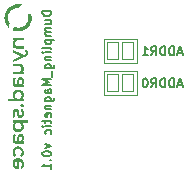
<source format=gbr>
%TF.GenerationSoftware,KiCad,Pcbnew,9.0.0*%
%TF.CreationDate,2025-05-22T17:38:36+04:00*%
%TF.ProjectId,02_06_sensor_temphumid_HDC3022DEJR,30325f30-365f-4736-956e-736f725f7465,rev?*%
%TF.SameCoordinates,Original*%
%TF.FileFunction,Legend,Bot*%
%TF.FilePolarity,Positive*%
%FSLAX46Y46*%
G04 Gerber Fmt 4.6, Leading zero omitted, Abs format (unit mm)*
G04 Created by KiCad (PCBNEW 9.0.0) date 2025-05-22 17:38:36*
%MOMM*%
%LPD*%
G01*
G04 APERTURE LIST*
G04 Aperture macros list*
%AMRoundRect*
0 Rectangle with rounded corners*
0 $1 Rounding radius*
0 $2 $3 $4 $5 $6 $7 $8 $9 X,Y pos of 4 corners*
0 Add a 4 corners polygon primitive as box body*
4,1,4,$2,$3,$4,$5,$6,$7,$8,$9,$2,$3,0*
0 Add four circle primitives for the rounded corners*
1,1,$1+$1,$2,$3*
1,1,$1+$1,$4,$5*
1,1,$1+$1,$6,$7*
1,1,$1+$1,$8,$9*
0 Add four rect primitives between the rounded corners*
20,1,$1+$1,$2,$3,$4,$5,0*
20,1,$1+$1,$4,$5,$6,$7,0*
20,1,$1+$1,$6,$7,$8,$9,0*
20,1,$1+$1,$8,$9,$2,$3,0*%
G04 Aperture macros list end*
%ADD10C,0.175000*%
%ADD11C,0.000000*%
%ADD12C,0.120000*%
%ADD13RoundRect,0.050000X-0.175000X-0.975000X0.175000X-0.975000X0.175000X0.975000X-0.175000X0.975000X0*%
%ADD14C,0.554000*%
%ADD15RoundRect,0.050000X-0.500000X-0.750000X0.500000X-0.750000X0.500000X0.750000X-0.500000X0.750000X0*%
G04 APERTURE END LIST*
D10*
X144499114Y-93893702D02*
X143749114Y-93893702D01*
X143749114Y-93893702D02*
X143749114Y-94072273D01*
X143749114Y-94072273D02*
X143784828Y-94179416D01*
X143784828Y-94179416D02*
X143856257Y-94250845D01*
X143856257Y-94250845D02*
X143927685Y-94286559D01*
X143927685Y-94286559D02*
X144070542Y-94322273D01*
X144070542Y-94322273D02*
X144177685Y-94322273D01*
X144177685Y-94322273D02*
X144320542Y-94286559D01*
X144320542Y-94286559D02*
X144391971Y-94250845D01*
X144391971Y-94250845D02*
X144463400Y-94179416D01*
X144463400Y-94179416D02*
X144499114Y-94072273D01*
X144499114Y-94072273D02*
X144499114Y-93893702D01*
X143999114Y-94965131D02*
X144499114Y-94965131D01*
X143999114Y-94643702D02*
X144391971Y-94643702D01*
X144391971Y-94643702D02*
X144463400Y-94679416D01*
X144463400Y-94679416D02*
X144499114Y-94750845D01*
X144499114Y-94750845D02*
X144499114Y-94857988D01*
X144499114Y-94857988D02*
X144463400Y-94929416D01*
X144463400Y-94929416D02*
X144427685Y-94965131D01*
X144499114Y-95322273D02*
X143999114Y-95322273D01*
X144070542Y-95322273D02*
X144034828Y-95357987D01*
X144034828Y-95357987D02*
X143999114Y-95429416D01*
X143999114Y-95429416D02*
X143999114Y-95536559D01*
X143999114Y-95536559D02*
X144034828Y-95607987D01*
X144034828Y-95607987D02*
X144106257Y-95643702D01*
X144106257Y-95643702D02*
X144499114Y-95643702D01*
X144106257Y-95643702D02*
X144034828Y-95679416D01*
X144034828Y-95679416D02*
X143999114Y-95750844D01*
X143999114Y-95750844D02*
X143999114Y-95857987D01*
X143999114Y-95857987D02*
X144034828Y-95929416D01*
X144034828Y-95929416D02*
X144106257Y-95965130D01*
X144106257Y-95965130D02*
X144499114Y-95965130D01*
X143999114Y-96322273D02*
X144749114Y-96322273D01*
X144034828Y-96322273D02*
X143999114Y-96393702D01*
X143999114Y-96393702D02*
X143999114Y-96536559D01*
X143999114Y-96536559D02*
X144034828Y-96607987D01*
X144034828Y-96607987D02*
X144070542Y-96643702D01*
X144070542Y-96643702D02*
X144141971Y-96679416D01*
X144141971Y-96679416D02*
X144356257Y-96679416D01*
X144356257Y-96679416D02*
X144427685Y-96643702D01*
X144427685Y-96643702D02*
X144463400Y-96607987D01*
X144463400Y-96607987D02*
X144499114Y-96536559D01*
X144499114Y-96536559D02*
X144499114Y-96393702D01*
X144499114Y-96393702D02*
X144463400Y-96322273D01*
X144499114Y-97107987D02*
X144463400Y-97036558D01*
X144463400Y-97036558D02*
X144391971Y-97000844D01*
X144391971Y-97000844D02*
X143749114Y-97000844D01*
X144499114Y-97393701D02*
X143999114Y-97393701D01*
X143749114Y-97393701D02*
X143784828Y-97357987D01*
X143784828Y-97357987D02*
X143820542Y-97393701D01*
X143820542Y-97393701D02*
X143784828Y-97429415D01*
X143784828Y-97429415D02*
X143749114Y-97393701D01*
X143749114Y-97393701D02*
X143820542Y-97393701D01*
X143999114Y-97750844D02*
X144499114Y-97750844D01*
X144070542Y-97750844D02*
X144034828Y-97786558D01*
X144034828Y-97786558D02*
X143999114Y-97857987D01*
X143999114Y-97857987D02*
X143999114Y-97965130D01*
X143999114Y-97965130D02*
X144034828Y-98036558D01*
X144034828Y-98036558D02*
X144106257Y-98072273D01*
X144106257Y-98072273D02*
X144499114Y-98072273D01*
X143999114Y-98750844D02*
X144606257Y-98750844D01*
X144606257Y-98750844D02*
X144677685Y-98715129D01*
X144677685Y-98715129D02*
X144713400Y-98679415D01*
X144713400Y-98679415D02*
X144749114Y-98607986D01*
X144749114Y-98607986D02*
X144749114Y-98500844D01*
X144749114Y-98500844D02*
X144713400Y-98429415D01*
X144463400Y-98750844D02*
X144499114Y-98679415D01*
X144499114Y-98679415D02*
X144499114Y-98536558D01*
X144499114Y-98536558D02*
X144463400Y-98465129D01*
X144463400Y-98465129D02*
X144427685Y-98429415D01*
X144427685Y-98429415D02*
X144356257Y-98393701D01*
X144356257Y-98393701D02*
X144141971Y-98393701D01*
X144141971Y-98393701D02*
X144070542Y-98429415D01*
X144070542Y-98429415D02*
X144034828Y-98465129D01*
X144034828Y-98465129D02*
X143999114Y-98536558D01*
X143999114Y-98536558D02*
X143999114Y-98679415D01*
X143999114Y-98679415D02*
X144034828Y-98750844D01*
X144570542Y-98929415D02*
X144570542Y-99500843D01*
X144499114Y-99679415D02*
X143749114Y-99679415D01*
X143749114Y-99679415D02*
X144284828Y-99929415D01*
X144284828Y-99929415D02*
X143749114Y-100179415D01*
X143749114Y-100179415D02*
X144499114Y-100179415D01*
X144499114Y-100857987D02*
X144106257Y-100857987D01*
X144106257Y-100857987D02*
X144034828Y-100822272D01*
X144034828Y-100822272D02*
X143999114Y-100750844D01*
X143999114Y-100750844D02*
X143999114Y-100607987D01*
X143999114Y-100607987D02*
X144034828Y-100536558D01*
X144463400Y-100857987D02*
X144499114Y-100786558D01*
X144499114Y-100786558D02*
X144499114Y-100607987D01*
X144499114Y-100607987D02*
X144463400Y-100536558D01*
X144463400Y-100536558D02*
X144391971Y-100500844D01*
X144391971Y-100500844D02*
X144320542Y-100500844D01*
X144320542Y-100500844D02*
X144249114Y-100536558D01*
X144249114Y-100536558D02*
X144213400Y-100607987D01*
X144213400Y-100607987D02*
X144213400Y-100786558D01*
X144213400Y-100786558D02*
X144177685Y-100857987D01*
X143999114Y-101536558D02*
X144606257Y-101536558D01*
X144606257Y-101536558D02*
X144677685Y-101500843D01*
X144677685Y-101500843D02*
X144713400Y-101465129D01*
X144713400Y-101465129D02*
X144749114Y-101393700D01*
X144749114Y-101393700D02*
X144749114Y-101286558D01*
X144749114Y-101286558D02*
X144713400Y-101215129D01*
X144463400Y-101536558D02*
X144499114Y-101465129D01*
X144499114Y-101465129D02*
X144499114Y-101322272D01*
X144499114Y-101322272D02*
X144463400Y-101250843D01*
X144463400Y-101250843D02*
X144427685Y-101215129D01*
X144427685Y-101215129D02*
X144356257Y-101179415D01*
X144356257Y-101179415D02*
X144141971Y-101179415D01*
X144141971Y-101179415D02*
X144070542Y-101215129D01*
X144070542Y-101215129D02*
X144034828Y-101250843D01*
X144034828Y-101250843D02*
X143999114Y-101322272D01*
X143999114Y-101322272D02*
X143999114Y-101465129D01*
X143999114Y-101465129D02*
X144034828Y-101536558D01*
X143999114Y-101893700D02*
X144499114Y-101893700D01*
X144070542Y-101893700D02*
X144034828Y-101929414D01*
X144034828Y-101929414D02*
X143999114Y-102000843D01*
X143999114Y-102000843D02*
X143999114Y-102107986D01*
X143999114Y-102107986D02*
X144034828Y-102179414D01*
X144034828Y-102179414D02*
X144106257Y-102215129D01*
X144106257Y-102215129D02*
X144499114Y-102215129D01*
X144463400Y-102857985D02*
X144499114Y-102786557D01*
X144499114Y-102786557D02*
X144499114Y-102643700D01*
X144499114Y-102643700D02*
X144463400Y-102572271D01*
X144463400Y-102572271D02*
X144391971Y-102536557D01*
X144391971Y-102536557D02*
X144106257Y-102536557D01*
X144106257Y-102536557D02*
X144034828Y-102572271D01*
X144034828Y-102572271D02*
X143999114Y-102643700D01*
X143999114Y-102643700D02*
X143999114Y-102786557D01*
X143999114Y-102786557D02*
X144034828Y-102857985D01*
X144034828Y-102857985D02*
X144106257Y-102893700D01*
X144106257Y-102893700D02*
X144177685Y-102893700D01*
X144177685Y-102893700D02*
X144249114Y-102536557D01*
X143999114Y-103107985D02*
X143999114Y-103393699D01*
X143749114Y-103215128D02*
X144391971Y-103215128D01*
X144391971Y-103215128D02*
X144463400Y-103250842D01*
X144463400Y-103250842D02*
X144499114Y-103322271D01*
X144499114Y-103322271D02*
X144499114Y-103393699D01*
X144499114Y-103643699D02*
X143999114Y-103643699D01*
X143749114Y-103643699D02*
X143784828Y-103607985D01*
X143784828Y-103607985D02*
X143820542Y-103643699D01*
X143820542Y-103643699D02*
X143784828Y-103679413D01*
X143784828Y-103679413D02*
X143749114Y-103643699D01*
X143749114Y-103643699D02*
X143820542Y-103643699D01*
X144463400Y-104322271D02*
X144499114Y-104250842D01*
X144499114Y-104250842D02*
X144499114Y-104107985D01*
X144499114Y-104107985D02*
X144463400Y-104036556D01*
X144463400Y-104036556D02*
X144427685Y-104000842D01*
X144427685Y-104000842D02*
X144356257Y-103965128D01*
X144356257Y-103965128D02*
X144141971Y-103965128D01*
X144141971Y-103965128D02*
X144070542Y-104000842D01*
X144070542Y-104000842D02*
X144034828Y-104036556D01*
X144034828Y-104036556D02*
X143999114Y-104107985D01*
X143999114Y-104107985D02*
X143999114Y-104250842D01*
X143999114Y-104250842D02*
X144034828Y-104322271D01*
X143999114Y-105143699D02*
X144499114Y-105322271D01*
X144499114Y-105322271D02*
X143999114Y-105500842D01*
X143749114Y-105929414D02*
X143749114Y-106000843D01*
X143749114Y-106000843D02*
X143784828Y-106072271D01*
X143784828Y-106072271D02*
X143820542Y-106107986D01*
X143820542Y-106107986D02*
X143891971Y-106143700D01*
X143891971Y-106143700D02*
X144034828Y-106179414D01*
X144034828Y-106179414D02*
X144213400Y-106179414D01*
X144213400Y-106179414D02*
X144356257Y-106143700D01*
X144356257Y-106143700D02*
X144427685Y-106107986D01*
X144427685Y-106107986D02*
X144463400Y-106072271D01*
X144463400Y-106072271D02*
X144499114Y-106000843D01*
X144499114Y-106000843D02*
X144499114Y-105929414D01*
X144499114Y-105929414D02*
X144463400Y-105857986D01*
X144463400Y-105857986D02*
X144427685Y-105822271D01*
X144427685Y-105822271D02*
X144356257Y-105786557D01*
X144356257Y-105786557D02*
X144213400Y-105750843D01*
X144213400Y-105750843D02*
X144034828Y-105750843D01*
X144034828Y-105750843D02*
X143891971Y-105786557D01*
X143891971Y-105786557D02*
X143820542Y-105822271D01*
X143820542Y-105822271D02*
X143784828Y-105857986D01*
X143784828Y-105857986D02*
X143749114Y-105929414D01*
X144427685Y-106500843D02*
X144463400Y-106536557D01*
X144463400Y-106536557D02*
X144499114Y-106500843D01*
X144499114Y-106500843D02*
X144463400Y-106465129D01*
X144463400Y-106465129D02*
X144427685Y-106500843D01*
X144427685Y-106500843D02*
X144499114Y-106500843D01*
X144499114Y-107250843D02*
X144499114Y-106822272D01*
X144499114Y-107036557D02*
X143749114Y-107036557D01*
X143749114Y-107036557D02*
X143856257Y-106965129D01*
X143856257Y-106965129D02*
X143927685Y-106893700D01*
X143927685Y-106893700D02*
X143963400Y-106822272D01*
X155560713Y-97423578D02*
X155203571Y-97423578D01*
X155632142Y-97637864D02*
X155382142Y-96887864D01*
X155382142Y-96887864D02*
X155132142Y-97637864D01*
X154882142Y-97637864D02*
X154882142Y-96887864D01*
X154882142Y-96887864D02*
X154703571Y-96887864D01*
X154703571Y-96887864D02*
X154596428Y-96923578D01*
X154596428Y-96923578D02*
X154524999Y-96995007D01*
X154524999Y-96995007D02*
X154489285Y-97066435D01*
X154489285Y-97066435D02*
X154453571Y-97209292D01*
X154453571Y-97209292D02*
X154453571Y-97316435D01*
X154453571Y-97316435D02*
X154489285Y-97459292D01*
X154489285Y-97459292D02*
X154524999Y-97530721D01*
X154524999Y-97530721D02*
X154596428Y-97602150D01*
X154596428Y-97602150D02*
X154703571Y-97637864D01*
X154703571Y-97637864D02*
X154882142Y-97637864D01*
X154132142Y-97637864D02*
X154132142Y-96887864D01*
X154132142Y-96887864D02*
X153953571Y-96887864D01*
X153953571Y-96887864D02*
X153846428Y-96923578D01*
X153846428Y-96923578D02*
X153774999Y-96995007D01*
X153774999Y-96995007D02*
X153739285Y-97066435D01*
X153739285Y-97066435D02*
X153703571Y-97209292D01*
X153703571Y-97209292D02*
X153703571Y-97316435D01*
X153703571Y-97316435D02*
X153739285Y-97459292D01*
X153739285Y-97459292D02*
X153774999Y-97530721D01*
X153774999Y-97530721D02*
X153846428Y-97602150D01*
X153846428Y-97602150D02*
X153953571Y-97637864D01*
X153953571Y-97637864D02*
X154132142Y-97637864D01*
X152953571Y-97637864D02*
X153203571Y-97280721D01*
X153382142Y-97637864D02*
X153382142Y-96887864D01*
X153382142Y-96887864D02*
X153096428Y-96887864D01*
X153096428Y-96887864D02*
X153024999Y-96923578D01*
X153024999Y-96923578D02*
X152989285Y-96959292D01*
X152989285Y-96959292D02*
X152953571Y-97030721D01*
X152953571Y-97030721D02*
X152953571Y-97137864D01*
X152953571Y-97137864D02*
X152989285Y-97209292D01*
X152989285Y-97209292D02*
X153024999Y-97245007D01*
X153024999Y-97245007D02*
X153096428Y-97280721D01*
X153096428Y-97280721D02*
X153382142Y-97280721D01*
X152239285Y-97637864D02*
X152667856Y-97637864D01*
X152453571Y-97637864D02*
X152453571Y-96887864D01*
X152453571Y-96887864D02*
X152524999Y-96995007D01*
X152524999Y-96995007D02*
X152596428Y-97066435D01*
X152596428Y-97066435D02*
X152667856Y-97102150D01*
X155560713Y-100123578D02*
X155203571Y-100123578D01*
X155632142Y-100337864D02*
X155382142Y-99587864D01*
X155382142Y-99587864D02*
X155132142Y-100337864D01*
X154882142Y-100337864D02*
X154882142Y-99587864D01*
X154882142Y-99587864D02*
X154703571Y-99587864D01*
X154703571Y-99587864D02*
X154596428Y-99623578D01*
X154596428Y-99623578D02*
X154524999Y-99695007D01*
X154524999Y-99695007D02*
X154489285Y-99766435D01*
X154489285Y-99766435D02*
X154453571Y-99909292D01*
X154453571Y-99909292D02*
X154453571Y-100016435D01*
X154453571Y-100016435D02*
X154489285Y-100159292D01*
X154489285Y-100159292D02*
X154524999Y-100230721D01*
X154524999Y-100230721D02*
X154596428Y-100302150D01*
X154596428Y-100302150D02*
X154703571Y-100337864D01*
X154703571Y-100337864D02*
X154882142Y-100337864D01*
X154132142Y-100337864D02*
X154132142Y-99587864D01*
X154132142Y-99587864D02*
X153953571Y-99587864D01*
X153953571Y-99587864D02*
X153846428Y-99623578D01*
X153846428Y-99623578D02*
X153774999Y-99695007D01*
X153774999Y-99695007D02*
X153739285Y-99766435D01*
X153739285Y-99766435D02*
X153703571Y-99909292D01*
X153703571Y-99909292D02*
X153703571Y-100016435D01*
X153703571Y-100016435D02*
X153739285Y-100159292D01*
X153739285Y-100159292D02*
X153774999Y-100230721D01*
X153774999Y-100230721D02*
X153846428Y-100302150D01*
X153846428Y-100302150D02*
X153953571Y-100337864D01*
X153953571Y-100337864D02*
X154132142Y-100337864D01*
X152953571Y-100337864D02*
X153203571Y-99980721D01*
X153382142Y-100337864D02*
X153382142Y-99587864D01*
X153382142Y-99587864D02*
X153096428Y-99587864D01*
X153096428Y-99587864D02*
X153024999Y-99623578D01*
X153024999Y-99623578D02*
X152989285Y-99659292D01*
X152989285Y-99659292D02*
X152953571Y-99730721D01*
X152953571Y-99730721D02*
X152953571Y-99837864D01*
X152953571Y-99837864D02*
X152989285Y-99909292D01*
X152989285Y-99909292D02*
X153024999Y-99945007D01*
X153024999Y-99945007D02*
X153096428Y-99980721D01*
X153096428Y-99980721D02*
X153382142Y-99980721D01*
X152489285Y-99587864D02*
X152417856Y-99587864D01*
X152417856Y-99587864D02*
X152346428Y-99623578D01*
X152346428Y-99623578D02*
X152310714Y-99659292D01*
X152310714Y-99659292D02*
X152274999Y-99730721D01*
X152274999Y-99730721D02*
X152239285Y-99873578D01*
X152239285Y-99873578D02*
X152239285Y-100052150D01*
X152239285Y-100052150D02*
X152274999Y-100195007D01*
X152274999Y-100195007D02*
X152310714Y-100266435D01*
X152310714Y-100266435D02*
X152346428Y-100302150D01*
X152346428Y-100302150D02*
X152417856Y-100337864D01*
X152417856Y-100337864D02*
X152489285Y-100337864D01*
X152489285Y-100337864D02*
X152560714Y-100302150D01*
X152560714Y-100302150D02*
X152596428Y-100266435D01*
X152596428Y-100266435D02*
X152632142Y-100195007D01*
X152632142Y-100195007D02*
X152667856Y-100052150D01*
X152667856Y-100052150D02*
X152667856Y-99873578D01*
X152667856Y-99873578D02*
X152632142Y-99730721D01*
X152632142Y-99730721D02*
X152596428Y-99659292D01*
X152596428Y-99659292D02*
X152560714Y-99623578D01*
X152560714Y-99623578D02*
X152489285Y-99587864D01*
D11*
%TO.C,G\u002A\u002A\u002A*%
G36*
X142059590Y-101748960D02*
G01*
X142085638Y-101752981D01*
X142107029Y-101760145D01*
X142132225Y-101776217D01*
X142154979Y-101798753D01*
X142172756Y-101825332D01*
X142183924Y-101853965D01*
X142185657Y-101865771D01*
X142186491Y-101882361D01*
X142186206Y-101899937D01*
X142181619Y-101929823D01*
X142169758Y-101960611D01*
X142151448Y-101987279D01*
X142127350Y-102008892D01*
X142098124Y-102024517D01*
X142097228Y-102024862D01*
X142071676Y-102031407D01*
X142042520Y-102033908D01*
X142013230Y-102032302D01*
X141987278Y-102026527D01*
X141986399Y-102026221D01*
X141964348Y-102015001D01*
X141942635Y-101997956D01*
X141923519Y-101977165D01*
X141909257Y-101954707D01*
X141906469Y-101948855D01*
X141901902Y-101937362D01*
X141899263Y-101925898D01*
X141898047Y-101911711D01*
X141897747Y-101892047D01*
X141897854Y-101877472D01*
X141898671Y-101862384D01*
X141900790Y-101850579D01*
X141904796Y-101839183D01*
X141911269Y-101825324D01*
X141913472Y-101821010D01*
X141932615Y-101792949D01*
X141956853Y-101771107D01*
X141985690Y-101755946D01*
X142005534Y-101750765D01*
X142031888Y-101748187D01*
X142059590Y-101748960D01*
G37*
G36*
X141637106Y-98341908D02*
G01*
X141684688Y-98342198D01*
X141726176Y-98342748D01*
X141762199Y-98343585D01*
X141793388Y-98344735D01*
X141820370Y-98346224D01*
X141843777Y-98348079D01*
X141864237Y-98350326D01*
X141882381Y-98352991D01*
X141898837Y-98356101D01*
X141914235Y-98359682D01*
X141928905Y-98363665D01*
X141980992Y-98382592D01*
X142027451Y-98407508D01*
X142068201Y-98438319D01*
X142103160Y-98474928D01*
X142132247Y-98517238D01*
X142155380Y-98565153D01*
X142172478Y-98618578D01*
X142183459Y-98677415D01*
X142186606Y-98709688D01*
X142187065Y-98769139D01*
X142180534Y-98826299D01*
X142167196Y-98880514D01*
X142147233Y-98931129D01*
X142120828Y-98977491D01*
X142088163Y-99018943D01*
X142059756Y-99049772D01*
X142117771Y-99049772D01*
X142175786Y-99049772D01*
X142175786Y-99154816D01*
X142175786Y-99259860D01*
X141706179Y-99259860D01*
X141236571Y-99259860D01*
X141236571Y-99148803D01*
X141236571Y-99037746D01*
X141509479Y-99036427D01*
X141526630Y-99036345D01*
X141580349Y-99036092D01*
X141626703Y-99035832D01*
X141666369Y-99035504D01*
X141700023Y-99035047D01*
X141728341Y-99034397D01*
X141751999Y-99033495D01*
X141771674Y-99032277D01*
X141788042Y-99030682D01*
X141801779Y-99028648D01*
X141813562Y-99026114D01*
X141824067Y-99023017D01*
X141833971Y-99019295D01*
X141843949Y-99014888D01*
X141854678Y-99009733D01*
X141866834Y-99003768D01*
X141884010Y-98994454D01*
X141916759Y-98970636D01*
X141944007Y-98941993D01*
X141964595Y-98909640D01*
X141977041Y-98880124D01*
X141987715Y-98840565D01*
X141992729Y-98799942D01*
X141992204Y-98759533D01*
X141986265Y-98720617D01*
X141975035Y-98684472D01*
X141958637Y-98652378D01*
X141937194Y-98625613D01*
X141935158Y-98623628D01*
X141909923Y-98603597D01*
X141879860Y-98587683D01*
X141843455Y-98575070D01*
X141842595Y-98574829D01*
X141836213Y-98573111D01*
X141829851Y-98571628D01*
X141822874Y-98570360D01*
X141814646Y-98569285D01*
X141804532Y-98568384D01*
X141791898Y-98567636D01*
X141776107Y-98567019D01*
X141756525Y-98566513D01*
X141732516Y-98566098D01*
X141703444Y-98565753D01*
X141668675Y-98565456D01*
X141627573Y-98565188D01*
X141579503Y-98564928D01*
X141523830Y-98564654D01*
X141236438Y-98563273D01*
X141237534Y-98453287D01*
X141238631Y-98343301D01*
X141494032Y-98342119D01*
X141521141Y-98342005D01*
X141582800Y-98341852D01*
X141637106Y-98341908D01*
G37*
G36*
X142175786Y-96260774D02*
G01*
X142175786Y-96371808D01*
X141898759Y-96373254D01*
X141881349Y-96373344D01*
X141827083Y-96373626D01*
X141780203Y-96373914D01*
X141740052Y-96374264D01*
X141705972Y-96374735D01*
X141677304Y-96375384D01*
X141653390Y-96376268D01*
X141633571Y-96377446D01*
X141617189Y-96378974D01*
X141603587Y-96380911D01*
X141592105Y-96383314D01*
X141582085Y-96386241D01*
X141572870Y-96389749D01*
X141563800Y-96393895D01*
X141554217Y-96398738D01*
X141543464Y-96404335D01*
X141520902Y-96417923D01*
X141489486Y-96444508D01*
X141463095Y-96477087D01*
X141442234Y-96514993D01*
X141427409Y-96557557D01*
X141424378Y-96572270D01*
X141421394Y-96598470D01*
X141420237Y-96627396D01*
X141420904Y-96656356D01*
X141423388Y-96682661D01*
X141427685Y-96703618D01*
X141432273Y-96717707D01*
X141448118Y-96753111D01*
X141468635Y-96782295D01*
X141494482Y-96806073D01*
X141526322Y-96825261D01*
X141534819Y-96829366D01*
X141545399Y-96834168D01*
X141555834Y-96838306D01*
X141566769Y-96841830D01*
X141578850Y-96844790D01*
X141592721Y-96847233D01*
X141609027Y-96849211D01*
X141628413Y-96850771D01*
X141651523Y-96851963D01*
X141679003Y-96852837D01*
X141711497Y-96853441D01*
X141749651Y-96853826D01*
X141794108Y-96854039D01*
X141845515Y-96854131D01*
X141904515Y-96854151D01*
X142175921Y-96854151D01*
X142174824Y-96964344D01*
X142173727Y-97074537D01*
X141914207Y-97075742D01*
X141886074Y-97075861D01*
X141824610Y-97076014D01*
X141770494Y-97075963D01*
X141723098Y-97075681D01*
X141681796Y-97075144D01*
X141645961Y-97074325D01*
X141614967Y-97073199D01*
X141588186Y-97071740D01*
X141564991Y-97069922D01*
X141544758Y-97067720D01*
X141526857Y-97065107D01*
X141510663Y-97062058D01*
X141495549Y-97058548D01*
X141487352Y-97056378D01*
X141435836Y-97038201D01*
X141389367Y-97013574D01*
X141348148Y-96982702D01*
X141312387Y-96945794D01*
X141282288Y-96903057D01*
X141258058Y-96854698D01*
X141239903Y-96800925D01*
X141239583Y-96799697D01*
X141235495Y-96778383D01*
X141232284Y-96751178D01*
X141230034Y-96720240D01*
X141228826Y-96687724D01*
X141228744Y-96655789D01*
X141229871Y-96626592D01*
X141232288Y-96602289D01*
X141238370Y-96569431D01*
X141253802Y-96516535D01*
X141275369Y-96467185D01*
X141302556Y-96422478D01*
X141334847Y-96383513D01*
X141357835Y-96359827D01*
X141297203Y-96359827D01*
X141236571Y-96359827D01*
X141236571Y-96254783D01*
X141236571Y-96149740D01*
X141706179Y-96149740D01*
X142175786Y-96149740D01*
X142175786Y-96260774D01*
G37*
G36*
X141732654Y-93301314D02*
G01*
X141771667Y-93302172D01*
X141807832Y-93303704D01*
X141839438Y-93305909D01*
X141864774Y-93308785D01*
X141870753Y-93309688D01*
X141905016Y-93315358D01*
X141940254Y-93321929D01*
X141974179Y-93328931D01*
X142004501Y-93335897D01*
X142028931Y-93342357D01*
X142039911Y-93346045D01*
X142047824Y-93349808D01*
X142049528Y-93352388D01*
X142049465Y-93352442D01*
X142044861Y-93356293D01*
X142035326Y-93364228D01*
X142022218Y-93375117D01*
X142006892Y-93387832D01*
X141974650Y-93415041D01*
X141932626Y-93451621D01*
X141889629Y-93490119D01*
X141848180Y-93528269D01*
X141810804Y-93563809D01*
X141760927Y-93612211D01*
X141703688Y-93612216D01*
X141661811Y-93613129D01*
X141576930Y-93620695D01*
X141494616Y-93635728D01*
X141415253Y-93658002D01*
X141339222Y-93687290D01*
X141266905Y-93723366D01*
X141198686Y-93766002D01*
X141134945Y-93814972D01*
X141076065Y-93870049D01*
X141022429Y-93931007D01*
X140974418Y-93997619D01*
X140932415Y-94069658D01*
X140912546Y-94109958D01*
X140885697Y-94174595D01*
X140865509Y-94239089D01*
X140851582Y-94305101D01*
X140843513Y-94374294D01*
X140840901Y-94448330D01*
X140843033Y-94513095D01*
X140852150Y-94592895D01*
X140868569Y-94669333D01*
X140892435Y-94742917D01*
X140923889Y-94814154D01*
X140963073Y-94883551D01*
X140985928Y-94919955D01*
X140973344Y-94981822D01*
X140970686Y-94995084D01*
X140957232Y-95069758D01*
X140946217Y-95145781D01*
X140937139Y-95226535D01*
X140930103Y-95298157D01*
X140880425Y-95247132D01*
X140861456Y-95227278D01*
X140805285Y-95163222D01*
X140755489Y-95097427D01*
X140710674Y-95027951D01*
X140669449Y-94952851D01*
X140664215Y-94942439D01*
X140628752Y-94864828D01*
X140600354Y-94788232D01*
X140578502Y-94710851D01*
X140562677Y-94630885D01*
X140552360Y-94546533D01*
X140552005Y-94542323D01*
X140550230Y-94510280D01*
X140549459Y-94473139D01*
X140549635Y-94433118D01*
X140550706Y-94392435D01*
X140552615Y-94353308D01*
X140555309Y-94317956D01*
X140558731Y-94288596D01*
X140562792Y-94263041D01*
X140582936Y-94169336D01*
X140610949Y-94077733D01*
X140646664Y-93988610D01*
X140689916Y-93902347D01*
X140740540Y-93819321D01*
X140798370Y-93739911D01*
X140799538Y-93738446D01*
X140816674Y-93718236D01*
X140838540Y-93694217D01*
X140863713Y-93667807D01*
X140890772Y-93640425D01*
X140918293Y-93613487D01*
X140944855Y-93588411D01*
X140969034Y-93566615D01*
X140989409Y-93549517D01*
X141007963Y-93535100D01*
X141088095Y-93479247D01*
X141172362Y-93430446D01*
X141260438Y-93388837D01*
X141351998Y-93354561D01*
X141446716Y-93327761D01*
X141544266Y-93308578D01*
X141554711Y-93307167D01*
X141582315Y-93304640D01*
X141615622Y-93302792D01*
X141652921Y-93301623D01*
X141692501Y-93301130D01*
X141732654Y-93301314D01*
G37*
G36*
X141755809Y-105338039D02*
G01*
X141814794Y-105347098D01*
X141871699Y-105362846D01*
X141925317Y-105385285D01*
X141969983Y-105410821D01*
X142018231Y-105446868D01*
X142061092Y-105488744D01*
X142098251Y-105535980D01*
X142129393Y-105588109D01*
X142154203Y-105644662D01*
X142172368Y-105705172D01*
X142183571Y-105769171D01*
X142187568Y-105822596D01*
X142186269Y-105886486D01*
X142178231Y-105947431D01*
X142163642Y-106004964D01*
X142142692Y-106058622D01*
X142115569Y-106107937D01*
X142082461Y-106152444D01*
X142043557Y-106191676D01*
X141999045Y-106225170D01*
X141996622Y-106226724D01*
X141983945Y-106234570D01*
X141974279Y-106240093D01*
X141969552Y-106242182D01*
X141968268Y-106240911D01*
X141963212Y-106233666D01*
X141955033Y-106220872D01*
X141944348Y-106203519D01*
X141931771Y-106182598D01*
X141917920Y-106159099D01*
X141869396Y-106076016D01*
X141883563Y-106065590D01*
X141890646Y-106060107D01*
X141911244Y-106041638D01*
X141931580Y-106020241D01*
X141949427Y-105998371D01*
X141962559Y-105978483D01*
X141968744Y-105966906D01*
X141981925Y-105937210D01*
X141990493Y-105907673D01*
X141995087Y-105875647D01*
X141996345Y-105838484D01*
X141996041Y-105823119D01*
X141991918Y-105778443D01*
X141982600Y-105738941D01*
X141967581Y-105703316D01*
X141946355Y-105670270D01*
X141918417Y-105638504D01*
X141904842Y-105625554D01*
X141874961Y-105601950D01*
X141843430Y-105584140D01*
X141808785Y-105571531D01*
X141769567Y-105563528D01*
X141724313Y-105559536D01*
X141695085Y-105559115D01*
X141643995Y-105563334D01*
X141597625Y-105574164D01*
X141555730Y-105591695D01*
X141518065Y-105616016D01*
X141484385Y-105647216D01*
X141469174Y-105665529D01*
X141445931Y-105702651D01*
X141429031Y-105743080D01*
X141418464Y-105785734D01*
X141414223Y-105829531D01*
X141416296Y-105873391D01*
X141424677Y-105916232D01*
X141439355Y-105956973D01*
X141460321Y-105994532D01*
X141487567Y-106027829D01*
X141492605Y-106032873D01*
X141506583Y-106046312D01*
X141519399Y-106057925D01*
X141528795Y-106065641D01*
X141542962Y-106076016D01*
X141494438Y-106159099D01*
X141485940Y-106173566D01*
X141472776Y-106195625D01*
X141461252Y-106214507D01*
X141451986Y-106229221D01*
X141445595Y-106238777D01*
X141442696Y-106242182D01*
X141440993Y-106241572D01*
X141433418Y-106237448D01*
X141421585Y-106230291D01*
X141407194Y-106221108D01*
X141405582Y-106220048D01*
X141363306Y-106187236D01*
X141326154Y-106148236D01*
X141294417Y-106103525D01*
X141268388Y-106053581D01*
X141248361Y-105998880D01*
X141234627Y-105939899D01*
X141233385Y-105931841D01*
X141230497Y-105903258D01*
X141228848Y-105869971D01*
X141228439Y-105834552D01*
X141229269Y-105799568D01*
X141231338Y-105767591D01*
X141234646Y-105741189D01*
X141238166Y-105722554D01*
X141254930Y-105659459D01*
X141278284Y-105600812D01*
X141308006Y-105546932D01*
X141343869Y-105498136D01*
X141385650Y-105454741D01*
X141433125Y-105417066D01*
X141486068Y-105385426D01*
X141523191Y-105368687D01*
X141578435Y-105350993D01*
X141636423Y-105339987D01*
X141695950Y-105335668D01*
X141755809Y-105338039D01*
G37*
G36*
X141768978Y-100540876D02*
G01*
X141816671Y-100546964D01*
X141859851Y-100556556D01*
X141900371Y-100570087D01*
X141940088Y-100587994D01*
X141948755Y-100592531D01*
X141993788Y-100620760D01*
X142036308Y-100655022D01*
X142074885Y-100693908D01*
X142108090Y-100736006D01*
X142134495Y-100779905D01*
X142138244Y-100787535D01*
X142154211Y-100826130D01*
X142167943Y-100869235D01*
X142178585Y-100913865D01*
X142185282Y-100957038D01*
X142187325Y-100982413D01*
X142186934Y-101040622D01*
X142179603Y-101097291D01*
X142165599Y-101151520D01*
X142145189Y-101202409D01*
X142118640Y-101249058D01*
X142086220Y-101290569D01*
X142059992Y-101319306D01*
X142116859Y-101320454D01*
X142173727Y-101321601D01*
X142174827Y-101425615D01*
X142175928Y-101529629D01*
X141522869Y-101529629D01*
X140869811Y-101529629D01*
X140870909Y-101421496D01*
X140872008Y-101313363D01*
X141110283Y-101312299D01*
X141348559Y-101311236D01*
X141328238Y-101289001D01*
X141304460Y-101260346D01*
X141279707Y-101222301D01*
X141259289Y-101179832D01*
X141242268Y-101131221D01*
X141238723Y-101117340D01*
X141233666Y-101087747D01*
X141230228Y-101053674D01*
X141414833Y-101053674D01*
X141418655Y-101088757D01*
X141430041Y-101134301D01*
X141448073Y-101175614D01*
X141472299Y-101212313D01*
X141502268Y-101244015D01*
X141537527Y-101270337D01*
X141577623Y-101290895D01*
X141622105Y-101305308D01*
X141670520Y-101313191D01*
X141722415Y-101314163D01*
X141733808Y-101313515D01*
X141766517Y-101310201D01*
X141794824Y-101304508D01*
X141821563Y-101295748D01*
X141849565Y-101283231D01*
X141871917Y-101270902D01*
X141909149Y-101243456D01*
X141940483Y-101210496D01*
X141965498Y-101172500D01*
X141983771Y-101129952D01*
X141988413Y-101114820D01*
X141992812Y-101095575D01*
X141995415Y-101075028D01*
X141996781Y-101049723D01*
X141997041Y-101040076D01*
X141996889Y-101012225D01*
X141994906Y-100988782D01*
X141990751Y-100966894D01*
X141984082Y-100943705D01*
X141973824Y-100917389D01*
X141952101Y-100878942D01*
X141924266Y-100844592D01*
X141891338Y-100815525D01*
X141854337Y-100792925D01*
X141835939Y-100784259D01*
X141812323Y-100774732D01*
X141789876Y-100768181D01*
X141766261Y-100764109D01*
X141739141Y-100762019D01*
X141706179Y-100761414D01*
X141704036Y-100761414D01*
X141673366Y-100761864D01*
X141648517Y-100763490D01*
X141627242Y-100766756D01*
X141607291Y-100772123D01*
X141586415Y-100780056D01*
X141562366Y-100791016D01*
X141523179Y-100814026D01*
X141489161Y-100842987D01*
X141461098Y-100877103D01*
X141439312Y-100915802D01*
X141424125Y-100958512D01*
X141415858Y-101004660D01*
X141414833Y-101053674D01*
X141230228Y-101053674D01*
X141230224Y-101053639D01*
X141228482Y-101017309D01*
X141228525Y-100981048D01*
X141230439Y-100947149D01*
X141234310Y-100917904D01*
X141243651Y-100876367D01*
X141263250Y-100817261D01*
X141289388Y-100763095D01*
X141322130Y-100713742D01*
X141361539Y-100669075D01*
X141386683Y-100645844D01*
X141433954Y-100610291D01*
X141484840Y-100581895D01*
X141539556Y-100560578D01*
X141598316Y-100546263D01*
X141661338Y-100538874D01*
X141704036Y-100538532D01*
X141728835Y-100538334D01*
X141768978Y-100540876D01*
G37*
G36*
X142795665Y-94087580D02*
G01*
X142799240Y-94097523D01*
X142803951Y-94112997D01*
X142809389Y-94132473D01*
X142815145Y-94154422D01*
X142820811Y-94177315D01*
X142825978Y-94199623D01*
X142830237Y-94219817D01*
X142831519Y-94226469D01*
X142836037Y-94252758D01*
X142840248Y-94282308D01*
X142844372Y-94316775D01*
X142848631Y-94357816D01*
X142848810Y-94359788D01*
X142849790Y-94377157D01*
X142850400Y-94400498D01*
X142850656Y-94427851D01*
X142850573Y-94457255D01*
X142850164Y-94486747D01*
X142849446Y-94514366D01*
X142848433Y-94538150D01*
X142847139Y-94556139D01*
X142837566Y-94631732D01*
X142821963Y-94712461D01*
X142800786Y-94789937D01*
X142773501Y-94866068D01*
X142739578Y-94942766D01*
X142713316Y-94994410D01*
X142669492Y-95069404D01*
X142620857Y-95139695D01*
X142566268Y-95206886D01*
X142504584Y-95272579D01*
X142462723Y-95312217D01*
X142389526Y-95372546D01*
X142311456Y-95426513D01*
X142229028Y-95473860D01*
X142142756Y-95514331D01*
X142053155Y-95547667D01*
X141960739Y-95573612D01*
X141866025Y-95591908D01*
X141846731Y-95594370D01*
X141812114Y-95597379D01*
X141772777Y-95599507D01*
X141730810Y-95600725D01*
X141688306Y-95601003D01*
X141647355Y-95600313D01*
X141610048Y-95598625D01*
X141578479Y-95595910D01*
X141531560Y-95589609D01*
X141443914Y-95572791D01*
X141361205Y-95550028D01*
X141283944Y-95521449D01*
X141266806Y-95514211D01*
X141249387Y-95506872D01*
X141235552Y-95501061D01*
X141227303Y-95497622D01*
X141219357Y-95493397D01*
X141215975Y-95489663D01*
X141216388Y-95487793D01*
X141219947Y-95479106D01*
X141226708Y-95464895D01*
X141236132Y-95446148D01*
X141247681Y-95423852D01*
X141260817Y-95398995D01*
X141275000Y-95372563D01*
X141289691Y-95345543D01*
X141304354Y-95318924D01*
X141318447Y-95293691D01*
X141331434Y-95270832D01*
X141342775Y-95251335D01*
X141351932Y-95236186D01*
X141358366Y-95226373D01*
X141361539Y-95222883D01*
X141362160Y-95223065D01*
X141368402Y-95225328D01*
X141379835Y-95229633D01*
X141394619Y-95235289D01*
X141450543Y-95254277D01*
X141519749Y-95271196D01*
X141593071Y-95282233D01*
X141671517Y-95287577D01*
X141694643Y-95288090D01*
X141769987Y-95286391D01*
X141840861Y-95279152D01*
X141908752Y-95266108D01*
X141975147Y-95246992D01*
X142041533Y-95221541D01*
X142102809Y-95192590D01*
X142177226Y-95149489D01*
X142246729Y-95099792D01*
X142311231Y-95043559D01*
X142349500Y-95004323D01*
X142401203Y-94941684D01*
X142446046Y-94874715D01*
X142483815Y-94803831D01*
X142514298Y-94729449D01*
X142537281Y-94651985D01*
X142552551Y-94571856D01*
X142554916Y-94550763D01*
X142557157Y-94518596D01*
X142558514Y-94482712D01*
X142558964Y-94445488D01*
X142558483Y-94409305D01*
X142557051Y-94376542D01*
X142554644Y-94349577D01*
X142554499Y-94348440D01*
X142551772Y-94330267D01*
X142547884Y-94308277D01*
X142543253Y-94284460D01*
X142538295Y-94260808D01*
X142533425Y-94239312D01*
X142529061Y-94221963D01*
X142525618Y-94210752D01*
X142524976Y-94208936D01*
X142524494Y-94204773D01*
X142526770Y-94200944D01*
X142532992Y-94196517D01*
X142544346Y-94190559D01*
X142562020Y-94182136D01*
X142596932Y-94165877D01*
X142636863Y-94147620D01*
X142673648Y-94131174D01*
X142706677Y-94116794D01*
X142735341Y-94104735D01*
X142759030Y-94095254D01*
X142777137Y-94088605D01*
X142789050Y-94085043D01*
X142794162Y-94084825D01*
X142795665Y-94087580D01*
G37*
G36*
X141706615Y-103152659D02*
G01*
X141877132Y-103152659D01*
X142517694Y-103152659D01*
X142517694Y-103261822D01*
X142517694Y-103370985D01*
X142291129Y-103370985D01*
X142264744Y-103371007D01*
X142223900Y-103371134D01*
X142186089Y-103371362D01*
X142152055Y-103371681D01*
X142122541Y-103372081D01*
X142098291Y-103372550D01*
X142080049Y-103373078D01*
X142068559Y-103373655D01*
X142064564Y-103374268D01*
X142066125Y-103377146D01*
X142072270Y-103384437D01*
X142081481Y-103393835D01*
X142092925Y-103405546D01*
X142122043Y-103442914D01*
X142145931Y-103485479D01*
X142164485Y-103532293D01*
X142177603Y-103582408D01*
X142185181Y-103634877D01*
X142187116Y-103688752D01*
X142183307Y-103743085D01*
X142173649Y-103796930D01*
X142158040Y-103849337D01*
X142136377Y-103899360D01*
X142132637Y-103906552D01*
X142100573Y-103958666D01*
X142062933Y-104004809D01*
X142019958Y-104044831D01*
X141971888Y-104078585D01*
X141918964Y-104105923D01*
X141861426Y-104126695D01*
X141799514Y-104140755D01*
X141733470Y-104147952D01*
X141683087Y-104148506D01*
X141619891Y-104142672D01*
X141559802Y-104129696D01*
X141503243Y-104109873D01*
X141450637Y-104083498D01*
X141402407Y-104050867D01*
X141358974Y-104012276D01*
X141320763Y-103968020D01*
X141288196Y-103918394D01*
X141261696Y-103863695D01*
X141241685Y-103804217D01*
X141237992Y-103789892D01*
X141235247Y-103777151D01*
X141233305Y-103764359D01*
X141232023Y-103749880D01*
X141231254Y-103732075D01*
X141230854Y-103709306D01*
X141230678Y-103679937D01*
X141230670Y-103677219D01*
X141230687Y-103666012D01*
X141414940Y-103666012D01*
X141414978Y-103666678D01*
X141421597Y-103715015D01*
X141435370Y-103759453D01*
X141456001Y-103799604D01*
X141483191Y-103835078D01*
X141516641Y-103865484D01*
X141556056Y-103890434D01*
X141601135Y-103909537D01*
X141609308Y-103912221D01*
X141620744Y-103915542D01*
X141631753Y-103917850D01*
X141644068Y-103919327D01*
X141659422Y-103920156D01*
X141679548Y-103920519D01*
X141706179Y-103920600D01*
X141723748Y-103920573D01*
X141746093Y-103920336D01*
X141763021Y-103919701D01*
X141776265Y-103918487D01*
X141787558Y-103916510D01*
X141798633Y-103913587D01*
X141811223Y-103909537D01*
X141821935Y-103905718D01*
X141864691Y-103885515D01*
X141902435Y-103859375D01*
X141934630Y-103827894D01*
X141960741Y-103791669D01*
X141980232Y-103751299D01*
X141992566Y-103707381D01*
X141994052Y-103698911D01*
X141998283Y-103649667D01*
X141994969Y-103601917D01*
X141984336Y-103556397D01*
X141966609Y-103513839D01*
X141942011Y-103474978D01*
X141910769Y-103440546D01*
X141909538Y-103439423D01*
X141890154Y-103424546D01*
X141865557Y-103409487D01*
X141838371Y-103395719D01*
X141811223Y-103384714D01*
X141803451Y-103382060D01*
X141791955Y-103378546D01*
X141781069Y-103376108D01*
X141769024Y-103374548D01*
X141754051Y-103373667D01*
X141734379Y-103373267D01*
X141708239Y-103373148D01*
X141706615Y-103373146D01*
X141680124Y-103373241D01*
X141659988Y-103373708D01*
X141644424Y-103374714D01*
X141631647Y-103376427D01*
X141619872Y-103379016D01*
X141607314Y-103382649D01*
X141563926Y-103399784D01*
X141523885Y-103423580D01*
X141489548Y-103452929D01*
X141461244Y-103487346D01*
X141439303Y-103526348D01*
X141424052Y-103569449D01*
X141415822Y-103616165D01*
X141414940Y-103666012D01*
X141230687Y-103666012D01*
X141230716Y-103647031D01*
X141231116Y-103623438D01*
X141231969Y-103604918D01*
X141233376Y-103589951D01*
X141235435Y-103577017D01*
X141238248Y-103564595D01*
X141246965Y-103534497D01*
X141268059Y-103482121D01*
X141295459Y-103434864D01*
X141329325Y-103392427D01*
X141356804Y-103362746D01*
X141296688Y-103362746D01*
X141236571Y-103362746D01*
X141236571Y-103257703D01*
X141236571Y-103152659D01*
X141706615Y-103152659D01*
G37*
G36*
X142083270Y-102144981D02*
G01*
X142087630Y-102150026D01*
X142094388Y-102161184D01*
X142102857Y-102177033D01*
X142112351Y-102196152D01*
X142122182Y-102217118D01*
X142131665Y-102238508D01*
X142140111Y-102258902D01*
X142146834Y-102276876D01*
X142148716Y-102282485D01*
X142157303Y-102311889D01*
X142165687Y-102346187D01*
X142173290Y-102382653D01*
X142179534Y-102418566D01*
X142183840Y-102451202D01*
X142184466Y-102458023D01*
X142185829Y-102483730D01*
X142186337Y-102514351D01*
X142186050Y-102547694D01*
X142185025Y-102581572D01*
X142183321Y-102613794D01*
X142180997Y-102642171D01*
X142178113Y-102664514D01*
X142175055Y-102681218D01*
X142160904Y-102737644D01*
X142141965Y-102788390D01*
X142118479Y-102833199D01*
X142090689Y-102871816D01*
X142058838Y-102903983D01*
X142023168Y-102929445D01*
X141983922Y-102947945D01*
X141941342Y-102959227D01*
X141895670Y-102963036D01*
X141888438Y-102962961D01*
X141843659Y-102958770D01*
X141803814Y-102948037D01*
X141768621Y-102930593D01*
X141737800Y-102906264D01*
X141711071Y-102874879D01*
X141688152Y-102836268D01*
X141674389Y-102806747D01*
X141662470Y-102776355D01*
X141652328Y-102744239D01*
X141643508Y-102708770D01*
X141635554Y-102668320D01*
X141628010Y-102621261D01*
X141622856Y-102588234D01*
X141614280Y-102541270D01*
X141605309Y-102501405D01*
X141596030Y-102469017D01*
X141586533Y-102444488D01*
X141575555Y-102423426D01*
X141562658Y-102405742D01*
X141548325Y-102394357D01*
X141531230Y-102388264D01*
X141510046Y-102386457D01*
X141501038Y-102386876D01*
X141476401Y-102393074D01*
X141455281Y-102406558D01*
X141437770Y-102427162D01*
X141423957Y-102454721D01*
X141413932Y-102489070D01*
X141407786Y-102530044D01*
X141405609Y-102577479D01*
X141405782Y-102593757D01*
X141410231Y-102653400D01*
X141420416Y-102711087D01*
X141435991Y-102765215D01*
X141456609Y-102814178D01*
X141474771Y-102850340D01*
X141390728Y-102892302D01*
X141306685Y-102934264D01*
X141293733Y-102908606D01*
X141293033Y-102907215D01*
X141270062Y-102853247D01*
X141251986Y-102793179D01*
X141238926Y-102727614D01*
X141231001Y-102657152D01*
X141228333Y-102582395D01*
X141229132Y-102543876D01*
X141234690Y-102478848D01*
X141245601Y-102419861D01*
X141261932Y-102366716D01*
X141283751Y-102319211D01*
X141311125Y-102277147D01*
X141344123Y-102240325D01*
X141360611Y-102225685D01*
X141398013Y-102199954D01*
X141438221Y-102181954D01*
X141481275Y-102171675D01*
X141527217Y-102169105D01*
X141576086Y-102174231D01*
X141614235Y-102184538D01*
X141651000Y-102202469D01*
X141683611Y-102227433D01*
X141711883Y-102259289D01*
X141735629Y-102297891D01*
X141739740Y-102306028D01*
X141748396Y-102324101D01*
X141755862Y-102341554D01*
X141762427Y-102359482D01*
X141768379Y-102378986D01*
X141774009Y-102401162D01*
X141779606Y-102427108D01*
X141785460Y-102457922D01*
X141791860Y-102494701D01*
X141799096Y-102538545D01*
X141802721Y-102560645D01*
X141808386Y-102593786D01*
X141813374Y-102620563D01*
X141817964Y-102642126D01*
X141822432Y-102659623D01*
X141827056Y-102674202D01*
X141832113Y-102687011D01*
X141837880Y-102699199D01*
X141849798Y-102719197D01*
X141865849Y-102736483D01*
X141884124Y-102746166D01*
X141905265Y-102748558D01*
X141929911Y-102743970D01*
X141948375Y-102735470D01*
X141967173Y-102718632D01*
X141982366Y-102694720D01*
X141993876Y-102663952D01*
X142001625Y-102626545D01*
X142005536Y-102582720D01*
X142005528Y-102532694D01*
X142005445Y-102530553D01*
X141999089Y-102460612D01*
X141985622Y-102394035D01*
X141964703Y-102329520D01*
X141935993Y-102265764D01*
X141928925Y-102251709D01*
X141922232Y-102237740D01*
X141917959Y-102227992D01*
X141916811Y-102224003D01*
X141916983Y-102223853D01*
X141922911Y-102220206D01*
X141934620Y-102213975D01*
X141950794Y-102205787D01*
X141970119Y-102196267D01*
X141991279Y-102186041D01*
X142012958Y-102175735D01*
X142033841Y-102165974D01*
X142052611Y-102157385D01*
X142067955Y-102150593D01*
X142078555Y-102146224D01*
X142083097Y-102144903D01*
X142083270Y-102144981D01*
G37*
G36*
X142448573Y-97170181D02*
G01*
X142456579Y-97180839D01*
X142466097Y-97195080D01*
X142475897Y-97210983D01*
X142484752Y-97226624D01*
X142491432Y-97240079D01*
X142501273Y-97265180D01*
X142512126Y-97300255D01*
X142520571Y-97336182D01*
X142525580Y-97369071D01*
X142526021Y-97373877D01*
X142527388Y-97421153D01*
X142523849Y-97469168D01*
X142515719Y-97515269D01*
X142503313Y-97556800D01*
X142498807Y-97567958D01*
X142476815Y-97608641D01*
X142447102Y-97646837D01*
X142409818Y-97682396D01*
X142365113Y-97715170D01*
X142313138Y-97745011D01*
X142310242Y-97746406D01*
X142299298Y-97751415D01*
X142281627Y-97759341D01*
X142257773Y-97769945D01*
X142228278Y-97782991D01*
X142193685Y-97798243D01*
X142154538Y-97815463D01*
X142111378Y-97834415D01*
X142064748Y-97854862D01*
X142015193Y-97876567D01*
X141963254Y-97899294D01*
X141909474Y-97922804D01*
X141854397Y-97946863D01*
X141798564Y-97971233D01*
X141742520Y-97995676D01*
X141686806Y-98019957D01*
X141631966Y-98043838D01*
X141578543Y-98067083D01*
X141527079Y-98089454D01*
X141478117Y-98110716D01*
X141432201Y-98130630D01*
X141389872Y-98148961D01*
X141351675Y-98165472D01*
X141318151Y-98179925D01*
X141289844Y-98192084D01*
X141267296Y-98201712D01*
X141251050Y-98208573D01*
X141241650Y-98212428D01*
X141240348Y-98212017D01*
X141239038Y-98208230D01*
X141238104Y-98200065D01*
X141237517Y-98186751D01*
X141237246Y-98167515D01*
X141237261Y-98141587D01*
X141237531Y-98108194D01*
X141238631Y-98001911D01*
X141581503Y-97855415D01*
X141584102Y-97854305D01*
X141634266Y-97832843D01*
X141682186Y-97812293D01*
X141727329Y-97792884D01*
X141769160Y-97774848D01*
X141807147Y-97758418D01*
X141840755Y-97743825D01*
X141869451Y-97731301D01*
X141892701Y-97721078D01*
X141909972Y-97713386D01*
X141920729Y-97708458D01*
X141924440Y-97706526D01*
X141924427Y-97706498D01*
X141920282Y-97704386D01*
X141909114Y-97699310D01*
X141891458Y-97691500D01*
X141867847Y-97681187D01*
X141838813Y-97668601D01*
X141804892Y-97653972D01*
X141766615Y-97637529D01*
X141724516Y-97619503D01*
X141679130Y-97600125D01*
X141630989Y-97579623D01*
X141580627Y-97558229D01*
X141236748Y-97412325D01*
X141236660Y-97298012D01*
X141236658Y-97294307D01*
X141236709Y-97264872D01*
X141236870Y-97238442D01*
X141237126Y-97216063D01*
X141237462Y-97198781D01*
X141237862Y-97187645D01*
X141238312Y-97183700D01*
X141241767Y-97185117D01*
X141252346Y-97189636D01*
X141269594Y-97197065D01*
X141293054Y-97207207D01*
X141322270Y-97219864D01*
X141356786Y-97234837D01*
X141396146Y-97251928D01*
X141439894Y-97270940D01*
X141487574Y-97291674D01*
X141538729Y-97313932D01*
X141592905Y-97337517D01*
X141649644Y-97362229D01*
X141708490Y-97387872D01*
X141740166Y-97401677D01*
X141806185Y-97430440D01*
X141865234Y-97456144D01*
X141917714Y-97478956D01*
X141964028Y-97499042D01*
X142004577Y-97516567D01*
X142039762Y-97531699D01*
X142069984Y-97544602D01*
X142095646Y-97555444D01*
X142117148Y-97564390D01*
X142134893Y-97571607D01*
X142149281Y-97577261D01*
X142160714Y-97581517D01*
X142169594Y-97584542D01*
X142176322Y-97586503D01*
X142181300Y-97587564D01*
X142184929Y-97587893D01*
X142187610Y-97587655D01*
X142189745Y-97587017D01*
X142215097Y-97576150D01*
X142249721Y-97557933D01*
X142279821Y-97537906D01*
X142304484Y-97516785D01*
X142322800Y-97495283D01*
X142333856Y-97474115D01*
X142340583Y-97447677D01*
X142343795Y-97411366D01*
X142340827Y-97375044D01*
X142339215Y-97367127D01*
X142331670Y-97341605D01*
X142320949Y-97314893D01*
X142308409Y-97290118D01*
X142295407Y-97270407D01*
X142291278Y-97264995D01*
X142285261Y-97256123D01*
X142282901Y-97251077D01*
X142283166Y-97250558D01*
X142288406Y-97246518D01*
X142299381Y-97239669D01*
X142314800Y-97230699D01*
X142333377Y-97220296D01*
X142353823Y-97209150D01*
X142374850Y-97197947D01*
X142395169Y-97187378D01*
X142413492Y-97178129D01*
X142428530Y-97170891D01*
X142438996Y-97166351D01*
X142443601Y-97165198D01*
X142448573Y-97170181D01*
G37*
G36*
X141744886Y-106343173D02*
G01*
X141807610Y-106351296D01*
X141812474Y-106352245D01*
X141870867Y-106367988D01*
X141925510Y-106390807D01*
X141976037Y-106420281D01*
X142022079Y-106455993D01*
X142063265Y-106497525D01*
X142099228Y-106544457D01*
X142129600Y-106596372D01*
X142154010Y-106652851D01*
X142172090Y-106713474D01*
X142183473Y-106777825D01*
X142185018Y-106795068D01*
X142186198Y-106825036D01*
X142186203Y-106858786D01*
X142185118Y-106893922D01*
X142183029Y-106928046D01*
X142180020Y-106958760D01*
X142176177Y-106983668D01*
X142169191Y-107014516D01*
X142151516Y-107070413D01*
X142128236Y-107120943D01*
X142098966Y-107166875D01*
X142063320Y-107208981D01*
X142034765Y-107238625D01*
X141977155Y-107188385D01*
X141959885Y-107173350D01*
X141942078Y-107157907D01*
X141926822Y-107144738D01*
X141915334Y-107134892D01*
X141908830Y-107129419D01*
X141898114Y-107120694D01*
X141921387Y-107094976D01*
X141931799Y-107082571D01*
X141953869Y-107049907D01*
X141972602Y-107013202D01*
X141986442Y-106975316D01*
X141987178Y-106972673D01*
X141992006Y-106948834D01*
X141995552Y-106919651D01*
X141997700Y-106887607D01*
X141998335Y-106855185D01*
X141997342Y-106824866D01*
X141994606Y-106799134D01*
X141987641Y-106766359D01*
X141972337Y-106721897D01*
X141951319Y-106681496D01*
X141925146Y-106646007D01*
X141894377Y-106616281D01*
X141859570Y-106593172D01*
X141858285Y-106592493D01*
X141841377Y-106584275D01*
X141823083Y-106576433D01*
X141805589Y-106569799D01*
X141791080Y-106565208D01*
X141781742Y-106563492D01*
X141781478Y-106563565D01*
X141780531Y-106565333D01*
X141779700Y-106569810D01*
X141778978Y-106577458D01*
X141778358Y-106588737D01*
X141777832Y-106604108D01*
X141777395Y-106624032D01*
X141777038Y-106648969D01*
X141776755Y-106679380D01*
X141776540Y-106715726D01*
X141776384Y-106758468D01*
X141776282Y-106808066D01*
X141776225Y-106864982D01*
X141776208Y-106929675D01*
X141776204Y-106970550D01*
X141776178Y-107029303D01*
X141776119Y-107080628D01*
X141776020Y-107125022D01*
X141775870Y-107162984D01*
X141775662Y-107195011D01*
X141775386Y-107221601D01*
X141775034Y-107243253D01*
X141774596Y-107260464D01*
X141774065Y-107273732D01*
X141773431Y-107283556D01*
X141772686Y-107290432D01*
X141771820Y-107294859D01*
X141770825Y-107297335D01*
X141769692Y-107298358D01*
X141764385Y-107299500D01*
X141750950Y-107300548D01*
X141732251Y-107300928D01*
X141710026Y-107300687D01*
X141686013Y-107299869D01*
X141661949Y-107298522D01*
X141639573Y-107296690D01*
X141620622Y-107294420D01*
X141565537Y-107283144D01*
X141507403Y-107263839D01*
X141453540Y-107237840D01*
X141404348Y-107205498D01*
X141360228Y-107167166D01*
X141321579Y-107123199D01*
X141288803Y-107073949D01*
X141262300Y-107019769D01*
X141242469Y-106961011D01*
X141238729Y-106944706D01*
X141233734Y-106912603D01*
X141230305Y-106876154D01*
X141228568Y-106838574D01*
X141404535Y-106838574D01*
X141406507Y-106870259D01*
X141411125Y-106897161D01*
X141416468Y-106915244D01*
X141434136Y-106955847D01*
X141458332Y-106993447D01*
X141487981Y-107026529D01*
X141522010Y-107053579D01*
X141529391Y-107058068D01*
X141547871Y-107067472D01*
X141568754Y-107076332D01*
X141589652Y-107083761D01*
X141608178Y-107088870D01*
X141621945Y-107090771D01*
X141632030Y-107090771D01*
X141632030Y-106827375D01*
X141632026Y-106814174D01*
X141631953Y-106768993D01*
X141631794Y-106726482D01*
X141631556Y-106687335D01*
X141631249Y-106652250D01*
X141630879Y-106621922D01*
X141630455Y-106597048D01*
X141629985Y-106578324D01*
X141629478Y-106566447D01*
X141628941Y-106562112D01*
X141628591Y-106561985D01*
X141622327Y-106562346D01*
X141610675Y-106564445D01*
X141595844Y-106567897D01*
X141592722Y-106568714D01*
X141550430Y-106584115D01*
X141512132Y-106606208D01*
X141478553Y-106634278D01*
X141450419Y-106667613D01*
X141428457Y-106705499D01*
X141413393Y-106747221D01*
X141408341Y-106772871D01*
X141405161Y-106805110D01*
X141404535Y-106838574D01*
X141228568Y-106838574D01*
X141228528Y-106837709D01*
X141228491Y-106799616D01*
X141230283Y-106764226D01*
X141233991Y-106733887D01*
X141237444Y-106715841D01*
X141253949Y-106655348D01*
X141277196Y-106598675D01*
X141306847Y-106546359D01*
X141342564Y-106498938D01*
X141384009Y-106456951D01*
X141430844Y-106420934D01*
X141450674Y-106408528D01*
X141503665Y-106381932D01*
X141560561Y-106361917D01*
X141620382Y-106348665D01*
X141628591Y-106347827D01*
X141682151Y-106342357D01*
X141744886Y-106343173D01*
G37*
G36*
X141922241Y-99480906D02*
G01*
X141949601Y-99482803D01*
X141973682Y-99487223D01*
X141997325Y-99494747D01*
X142023370Y-99505954D01*
X142024282Y-99506384D01*
X142040669Y-99515003D01*
X142055492Y-99525015D01*
X142070979Y-99538106D01*
X142089356Y-99555966D01*
X142090658Y-99557291D01*
X142123729Y-99596715D01*
X142149527Y-99639965D01*
X142168112Y-99687164D01*
X142179545Y-99738434D01*
X142179638Y-99739065D01*
X142182098Y-99755448D01*
X142184311Y-99769735D01*
X142185807Y-99778899D01*
X142186702Y-99789065D01*
X142186961Y-99806314D01*
X142186554Y-99827984D01*
X142185581Y-99852094D01*
X142184141Y-99876667D01*
X142182334Y-99899724D01*
X142180259Y-99919287D01*
X142178017Y-99933376D01*
X142175972Y-99942429D01*
X142161218Y-99990721D01*
X142141210Y-100034165D01*
X142116367Y-100071974D01*
X142087111Y-100103364D01*
X142062919Y-100124926D01*
X142119353Y-100124926D01*
X142175786Y-100124926D01*
X142175786Y-100228120D01*
X142175786Y-100331313D01*
X141855506Y-100329942D01*
X141535225Y-100328570D01*
X141494032Y-100317453D01*
X141492432Y-100317018D01*
X141440153Y-100299042D01*
X141393670Y-100275290D01*
X141352936Y-100245707D01*
X141317908Y-100210240D01*
X141288539Y-100168835D01*
X141264784Y-100121437D01*
X141246598Y-100067994D01*
X141233935Y-100008451D01*
X141232445Y-99997573D01*
X141229885Y-99966937D01*
X141228649Y-99931245D01*
X141228682Y-99892651D01*
X141229930Y-99853310D01*
X141232338Y-99815376D01*
X141235852Y-99781005D01*
X141240417Y-99752349D01*
X141243726Y-99737073D01*
X141252053Y-99704163D01*
X141261993Y-99670268D01*
X141272812Y-99637668D01*
X141283776Y-99608641D01*
X141294153Y-99585467D01*
X141296797Y-99580332D01*
X141305847Y-99563868D01*
X141315713Y-99547189D01*
X141325436Y-99531780D01*
X141334058Y-99519127D01*
X141340618Y-99510717D01*
X141344157Y-99508034D01*
X141349495Y-99510511D01*
X141360933Y-99516371D01*
X141376572Y-99524678D01*
X141395139Y-99534726D01*
X141415360Y-99545811D01*
X141435965Y-99557226D01*
X141455678Y-99568265D01*
X141473228Y-99578223D01*
X141487343Y-99586393D01*
X141496748Y-99592070D01*
X141500171Y-99594548D01*
X141498828Y-99597781D01*
X141493783Y-99606156D01*
X141486270Y-99617205D01*
X141477484Y-99630413D01*
X141458269Y-99665678D01*
X141441232Y-99705794D01*
X141427296Y-99748431D01*
X141417384Y-99791258D01*
X141417202Y-99792299D01*
X141415116Y-99809000D01*
X141413434Y-99830978D01*
X141412323Y-99855498D01*
X141411952Y-99879824D01*
X141412146Y-99900367D01*
X141412963Y-99921849D01*
X141414645Y-99939294D01*
X141417445Y-99955078D01*
X141421612Y-99971582D01*
X141424395Y-99980871D01*
X141440046Y-100018073D01*
X141461115Y-100049087D01*
X141487474Y-100073811D01*
X141518996Y-100092145D01*
X141555552Y-100103989D01*
X141597016Y-100109243D01*
X141625851Y-100110508D01*
X141628170Y-99945558D01*
X141772629Y-99945558D01*
X141772892Y-99997226D01*
X141774148Y-100110508D01*
X141826546Y-100111660D01*
X141847863Y-100112051D01*
X141863593Y-100111940D01*
X141875004Y-100111024D01*
X141884083Y-100109016D01*
X141892815Y-100105628D01*
X141903187Y-100100574D01*
X141914762Y-100094224D01*
X141946743Y-100070532D01*
X141974100Y-100040379D01*
X141996409Y-100004298D01*
X142013242Y-99962823D01*
X142014486Y-99958736D01*
X142021733Y-99925233D01*
X142025485Y-99888165D01*
X142025537Y-99851053D01*
X142021685Y-99817418D01*
X142014709Y-99791614D01*
X142003184Y-99764603D01*
X141988768Y-99740993D01*
X141972716Y-99723199D01*
X141951466Y-99708940D01*
X141924450Y-99699177D01*
X141896014Y-99696362D01*
X141867668Y-99700440D01*
X141840926Y-99711352D01*
X141817299Y-99729043D01*
X141809499Y-99737375D01*
X141799936Y-99750487D01*
X141792038Y-99765780D01*
X141785681Y-99784009D01*
X141780739Y-99805925D01*
X141777087Y-99832285D01*
X141774602Y-99863841D01*
X141773157Y-99901347D01*
X141772629Y-99945558D01*
X141628170Y-99945558D01*
X141628312Y-99935435D01*
X141628432Y-99926941D01*
X141629059Y-99885043D01*
X141629670Y-99850295D01*
X141630315Y-99821776D01*
X141631043Y-99798566D01*
X141631903Y-99779744D01*
X141632945Y-99764390D01*
X141634219Y-99751582D01*
X141635773Y-99740401D01*
X141637657Y-99729927D01*
X141639921Y-99719237D01*
X141646262Y-99693659D01*
X141663311Y-99643394D01*
X141684987Y-99599893D01*
X141711349Y-99563084D01*
X141742455Y-99532890D01*
X141778366Y-99509238D01*
X141819138Y-99492054D01*
X141823298Y-99490731D01*
X141840495Y-99485978D01*
X141856994Y-99483011D01*
X141875767Y-99481413D01*
X141896014Y-99480870D01*
X141899789Y-99480769D01*
X141922241Y-99480906D01*
G37*
G36*
X141936436Y-104280557D02*
G01*
X141960902Y-104283096D01*
X141979901Y-104287042D01*
X141998166Y-104293204D01*
X142039455Y-104312889D01*
X142076050Y-104339284D01*
X142108385Y-104372678D01*
X142112272Y-104377546D01*
X142135465Y-104412529D01*
X142155132Y-104452523D01*
X142170187Y-104495015D01*
X142179545Y-104537493D01*
X142179638Y-104538125D01*
X142182097Y-104554507D01*
X142184306Y-104568795D01*
X142185798Y-104577959D01*
X142186562Y-104584924D01*
X142187077Y-104601384D01*
X142186831Y-104622740D01*
X142185929Y-104646977D01*
X142184475Y-104672081D01*
X142182572Y-104696035D01*
X142180324Y-104716825D01*
X142177835Y-104732435D01*
X142173286Y-104751683D01*
X142158608Y-104795867D01*
X142139147Y-104836403D01*
X142115638Y-104871899D01*
X142088818Y-104900962D01*
X142068071Y-104919615D01*
X142120899Y-104920771D01*
X142173727Y-104921926D01*
X142174827Y-105025940D01*
X142175928Y-105129954D01*
X141880185Y-105129954D01*
X141825666Y-105129899D01*
X141771376Y-105129724D01*
X141721700Y-105129435D01*
X141677156Y-105129039D01*
X141638261Y-105128543D01*
X141605534Y-105127953D01*
X141579492Y-105127275D01*
X141560653Y-105126518D01*
X141549535Y-105125686D01*
X141514439Y-105120133D01*
X141461153Y-105106053D01*
X141413280Y-105085785D01*
X141370787Y-105059297D01*
X141333643Y-105026560D01*
X141301816Y-104987545D01*
X141275273Y-104942219D01*
X141253982Y-104890554D01*
X141237911Y-104832519D01*
X141236498Y-104825707D01*
X141234325Y-104812609D01*
X141232721Y-104797988D01*
X141231611Y-104780501D01*
X141230923Y-104758806D01*
X141230584Y-104731560D01*
X141230518Y-104697420D01*
X141230581Y-104672163D01*
X141230806Y-104645050D01*
X141231299Y-104623470D01*
X141232171Y-104605885D01*
X141233536Y-104590759D01*
X141235506Y-104576555D01*
X141238193Y-104561736D01*
X141241711Y-104544763D01*
X141259091Y-104476964D01*
X141281414Y-104414283D01*
X141308370Y-104358271D01*
X141340001Y-104308826D01*
X141340017Y-104308809D01*
X141344121Y-104310043D01*
X141354162Y-104314505D01*
X141368855Y-104321533D01*
X141386917Y-104330468D01*
X141407064Y-104340649D01*
X141428011Y-104351417D01*
X141448474Y-104362112D01*
X141467169Y-104372074D01*
X141482812Y-104380643D01*
X141494119Y-104387158D01*
X141499805Y-104390960D01*
X141498734Y-104394520D01*
X141494049Y-104403058D01*
X141486764Y-104414597D01*
X141483191Y-104420077D01*
X141455838Y-104469942D01*
X141434484Y-104524097D01*
X141419573Y-104580893D01*
X141411550Y-104638680D01*
X141410861Y-104695807D01*
X141412963Y-104721530D01*
X141420095Y-104763460D01*
X141431702Y-104799351D01*
X141448049Y-104829930D01*
X141469405Y-104855926D01*
X141470264Y-104856780D01*
X141496532Y-104878353D01*
X141525949Y-104893785D01*
X141559726Y-104903566D01*
X141599075Y-104908184D01*
X141625851Y-104909568D01*
X141628218Y-104741161D01*
X141772784Y-104741161D01*
X141772984Y-104794225D01*
X141774148Y-104909568D01*
X141825487Y-104910731D01*
X141846825Y-104911137D01*
X141862249Y-104911009D01*
X141873575Y-104910019D01*
X141882882Y-104907848D01*
X141892249Y-104904176D01*
X141903755Y-104898683D01*
X141931382Y-104881695D01*
X141959746Y-104855980D01*
X141984089Y-104824521D01*
X142003551Y-104788453D01*
X142017271Y-104748912D01*
X142020156Y-104735621D01*
X142024004Y-104706229D01*
X142025621Y-104674288D01*
X142024893Y-104643256D01*
X142021703Y-104616590D01*
X142013098Y-104584084D01*
X141998531Y-104553022D01*
X141978682Y-104527969D01*
X141953341Y-104508592D01*
X141949310Y-104506275D01*
X141939699Y-104501728D01*
X141929624Y-104499112D01*
X141916497Y-104497916D01*
X141897729Y-104497631D01*
X141889340Y-104497668D01*
X141873178Y-104498253D01*
X141861584Y-104499957D01*
X141851946Y-104503300D01*
X141841653Y-104508802D01*
X141830375Y-104516005D01*
X141816649Y-104527094D01*
X141805153Y-104540010D01*
X141795717Y-104555463D01*
X141788169Y-104574162D01*
X141782338Y-104596815D01*
X141778055Y-104624133D01*
X141775149Y-104656824D01*
X141773449Y-104695597D01*
X141772784Y-104741161D01*
X141628218Y-104741161D01*
X141628312Y-104734495D01*
X141628432Y-104725987D01*
X141629059Y-104684091D01*
X141629670Y-104649344D01*
X141630315Y-104620825D01*
X141631043Y-104597613D01*
X141631904Y-104578788D01*
X141632946Y-104563428D01*
X141634220Y-104550614D01*
X141635775Y-104539422D01*
X141637660Y-104528934D01*
X141639925Y-104518228D01*
X141652199Y-104472832D01*
X141671221Y-104424792D01*
X141695003Y-104383466D01*
X141723560Y-104348837D01*
X141756903Y-104320891D01*
X141795045Y-104299613D01*
X141837999Y-104284988D01*
X141856809Y-104281761D01*
X141881732Y-104279851D01*
X141897729Y-104279625D01*
X141909160Y-104279463D01*
X141936436Y-104280557D01*
G37*
D12*
%TO.C,ADDR1*%
X148950000Y-96300000D02*
X148950000Y-98300000D01*
X148950000Y-98300000D02*
X151750000Y-98300000D01*
X151750000Y-96300000D02*
X148950000Y-96300000D01*
X151750000Y-98300000D02*
X151750000Y-96300000D01*
%TO.C,ADDR0*%
X148950000Y-99000000D02*
X148950000Y-101000000D01*
X148950000Y-101000000D02*
X151750000Y-101000000D01*
X151750000Y-99000000D02*
X148950000Y-99000000D01*
X151750000Y-101000000D02*
X151750000Y-99000000D01*
%TD*%
%LPC*%
D11*
%TO.C,J1*%
G36*
X150777686Y-92669501D02*
G01*
X150856638Y-92964152D01*
X150985556Y-93240617D01*
X151160522Y-93490495D01*
X151376222Y-93706195D01*
X151626100Y-93881161D01*
X151902565Y-94010079D01*
X152197216Y-94089031D01*
X152501100Y-94115617D01*
X152804984Y-94089031D01*
X153099635Y-94010079D01*
X153376100Y-93881161D01*
X153625978Y-93706195D01*
X153841678Y-93490495D01*
X154016644Y-93240617D01*
X154145562Y-92964152D01*
X154224514Y-92669501D01*
X154251100Y-92365617D01*
X155251100Y-92365617D01*
X155157396Y-93077369D01*
X155041769Y-93417996D01*
X154882670Y-93740617D01*
X154682822Y-94039711D01*
X154445644Y-94310161D01*
X154175194Y-94547339D01*
X153876100Y-94747187D01*
X153553479Y-94906286D01*
X153212852Y-95021913D01*
X152860047Y-95092090D01*
X152501100Y-95115617D01*
X152142153Y-95092090D01*
X151789348Y-95021913D01*
X151448721Y-94906286D01*
X151126100Y-94747187D01*
X150827006Y-94547339D01*
X150556556Y-94310161D01*
X150319378Y-94039711D01*
X150119530Y-93740617D01*
X149960431Y-93417996D01*
X149844804Y-93077369D01*
X149774627Y-92724564D01*
X149751100Y-92365617D01*
X150751100Y-92365617D01*
X150777686Y-92669501D01*
G37*
%TO.C,ADDR1*%
G36*
X150200000Y-98050000D02*
G01*
X150500000Y-98050000D01*
X150500000Y-96550000D01*
X150200000Y-96550000D01*
X150200000Y-98050000D01*
G37*
%TO.C,ADDR0*%
G36*
X150200000Y-100750000D02*
G01*
X150500000Y-100750000D01*
X150500000Y-99250000D01*
X150200000Y-99250000D01*
X150200000Y-100750000D01*
G37*
%TD*%
D13*
%TO.C,J1*%
X157501100Y-112840617D03*
X157001100Y-112840617D03*
X156501100Y-112840617D03*
X156001100Y-112840617D03*
X155501100Y-112840617D03*
X155001100Y-112840617D03*
X154501100Y-112840617D03*
X154001100Y-112840617D03*
X153501100Y-112840617D03*
X153001100Y-112840617D03*
X152501100Y-112840617D03*
X150001100Y-112840617D03*
X149501100Y-112840617D03*
X149001100Y-112840617D03*
X148501100Y-112840617D03*
X148001100Y-112840617D03*
X147501100Y-112840617D03*
X147001100Y-112840617D03*
X146501100Y-112840617D03*
X146001100Y-112840617D03*
X145501100Y-112840617D03*
X145001100Y-112840617D03*
X144501100Y-112840617D03*
X144001100Y-112840617D03*
X143501100Y-112840617D03*
X143001100Y-112840617D03*
X142501100Y-112840617D03*
X142001100Y-112840617D03*
X141501100Y-112840617D03*
X141001100Y-112840617D03*
X140501100Y-112840617D03*
X140001100Y-112840617D03*
X139501100Y-112840617D03*
D14*
X150401100Y-93365617D03*
X152501100Y-94665617D03*
X154601100Y-93365617D03*
%TD*%
D15*
%TO.C,ADDR1*%
X149700000Y-97300000D03*
X151000000Y-97300000D03*
%TD*%
%TO.C,ADDR0*%
X149700000Y-100000000D03*
X151000000Y-100000000D03*
%TD*%
%LPD*%
M02*

</source>
